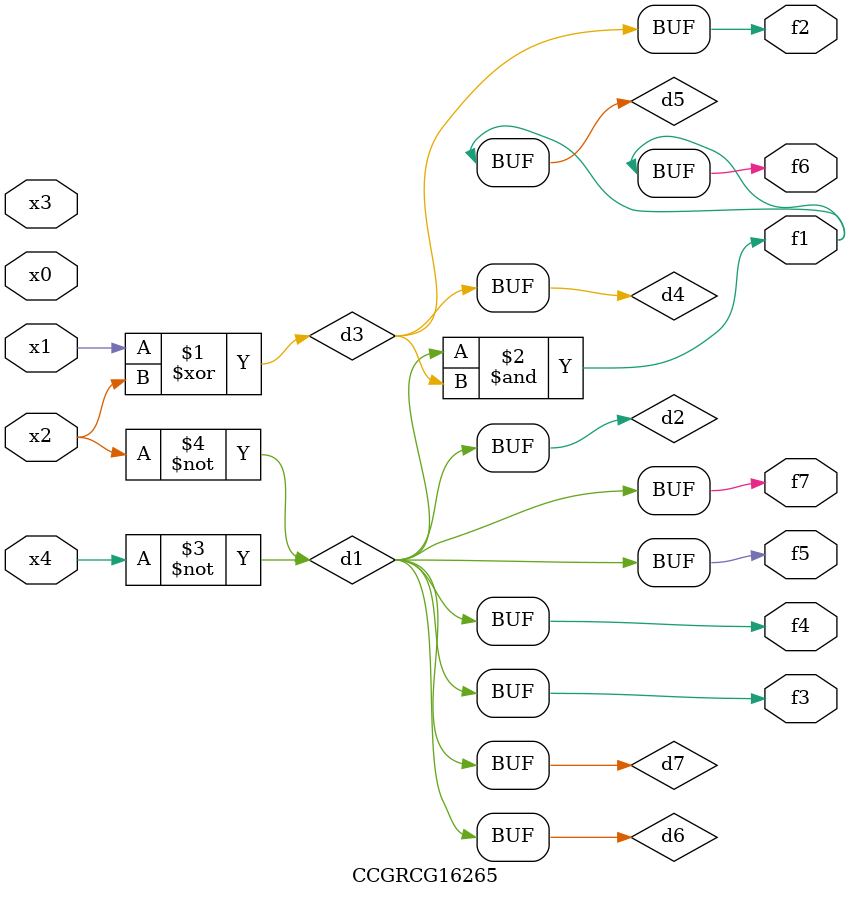
<source format=v>
module CCGRCG16265(
	input x0, x1, x2, x3, x4,
	output f1, f2, f3, f4, f5, f6, f7
);

	wire d1, d2, d3, d4, d5, d6, d7;

	not (d1, x4);
	not (d2, x2);
	xor (d3, x1, x2);
	buf (d4, d3);
	and (d5, d1, d3);
	buf (d6, d1, d2);
	buf (d7, d2);
	assign f1 = d5;
	assign f2 = d4;
	assign f3 = d7;
	assign f4 = d7;
	assign f5 = d7;
	assign f6 = d5;
	assign f7 = d7;
endmodule

</source>
